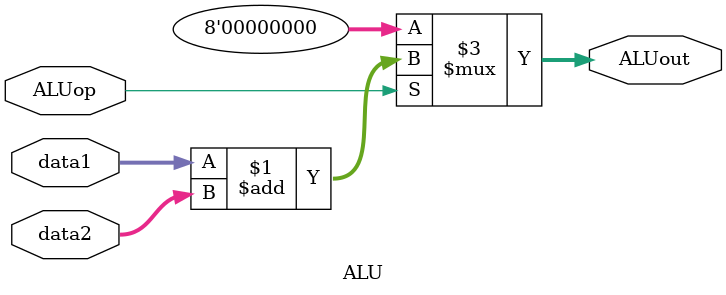
<source format=v>
`timescale 1ns / 1ps
module ALU(
 	input ALUop,
	input [7:0] data1, data2,
	output [7:0] ALUout
    );
	 
	 assign ALUout = ALUop ? (data1 + data2) : 7'd0;


endmodule

</source>
